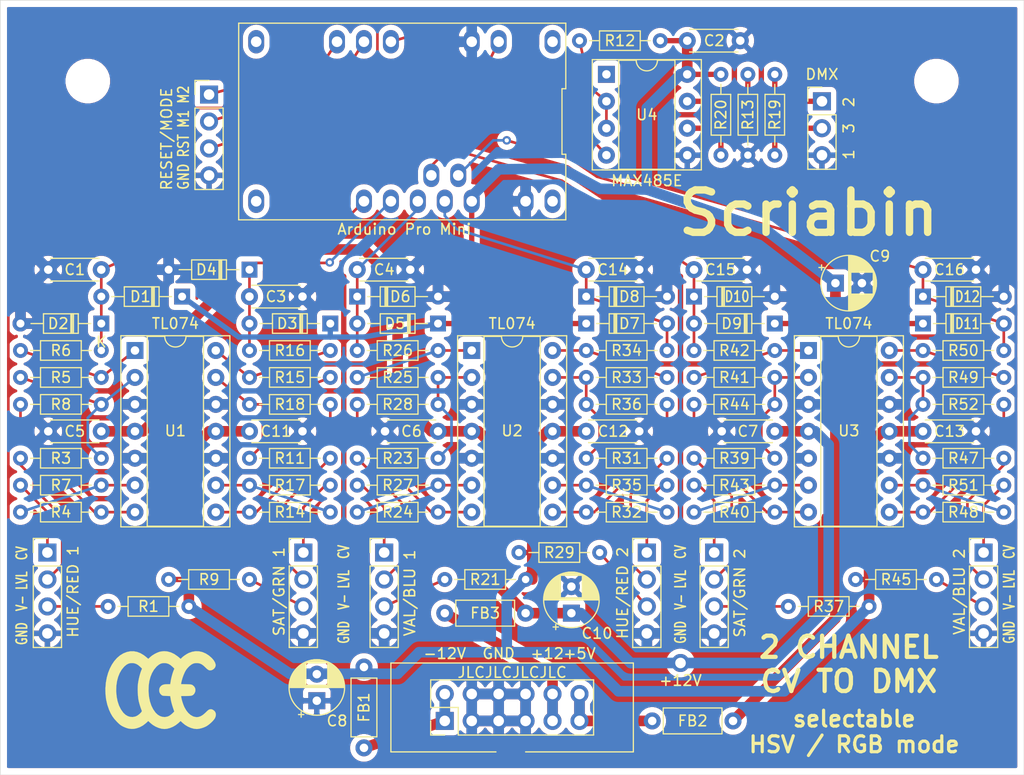
<source format=kicad_pcb>
(kicad_pcb (version 20221018) (generator pcbnew)
  (layers (0 "F.Cu" signal) (31 "B.Cu" signal) (34 "B.Paste" user) (35 "F.Paste" user) (36 "B.SilkS" user "B.Silkscreen") (37 "F.SilkS" user "F.Silkscreen") (38 "B.Mask" user) (39 "F.Mask" user) (44 "Edge.Cuts" user))
  (net 0 "")
  (net 1 "/Channel2/A5")
  (net 2 "/Channel2/A4")
  (net 3 "Net-(A1-Pad12)")
  (net 4 "Net-(A1-Pad13)")
  (net 5 "/Channel2/A3")
  (net 6 "GND")
  (net 7 "+5V")
  (net 8 "Net-(A1-Pad1)")
  (net 9 "Net-(A1-Pad24)")
  (net 10 "+12V")
  (net 11 "-12V")
  (net 12 "Net-(FB1-Pad2)")
  (net 13 "Net-(FB2-Pad2)")
  (net 14 "Net-(FB3-Pad2)")
  (net 15 "/OS1")
  (net 16 "/CV1")
  (net 17 "/V-1")
  (net 18 "/OS2")
  (net 19 "/CV2")
  (net 20 "/V-2")
  (net 21 "/OS3")
  (net 22 "/CV3")
  (net 23 "/V-3")
  (net 24 "/Channel2/OS4")
  (net 25 "/Channel2/CV4")
  (net 26 "/Channel2/V-4")
  (net 27 "/Channel2/OS5")
  (net 28 "/Channel2/CV5")
  (net 29 "/Channel2/V-5")
  (net 30 "/Channel2/OS6")
  (net 31 "/Channel2/CV6")
  (net 32 "/Channel2/V-6")
  (net 33 "Net-(R3-Pad2)")
  (net 34 "Net-(R4-Pad2)")
  (net 35 "Net-(R4-Pad1)")
  (net 36 "Net-(R5-Pad1)")
  (net 37 "Net-(R11-Pad2)")
  (net 38 "Net-(R12-Pad2)")
  (net 39 "Net-(R14-Pad2)")
  (net 40 "Net-(R14-Pad1)")
  (net 41 "Net-(R15-Pad1)")
  (net 42 "Net-(R23-Pad2)")
  (net 43 "Net-(R24-Pad2)")
  (net 44 "Net-(R24-Pad1)")
  (net 45 "Net-(R25-Pad1)")
  (net 46 "Net-(R31-Pad2)")
  (net 47 "Net-(R32-Pad2)")
  (net 48 "Net-(R32-Pad1)")
  (net 49 "Net-(R33-Pad1)")
  (net 50 "Net-(R39-Pad2)")
  (net 51 "Net-(R40-Pad2)")
  (net 52 "Net-(R40-Pad1)")
  (net 53 "Net-(R41-Pad1)")
  (net 54 "Net-(R47-Pad2)")
  (net 55 "Net-(R48-Pad2)")
  (net 56 "Net-(R48-Pad1)")
  (net 57 "Net-(R49-Pad1)")
  (net 58 "Net-(U4-Pad1)")
  (net 59 "/A0")
  (net 60 "/A1")
  (net 61 "/A2")
  (net 62 "/D5")
  (net 63 "/D4")
  (net 64 "/RST")
  (net 65 "/A")
  (net 66 "/B")
  (net 67 "/D6")
  (footprint "Package_DIP:DIP-8_W7.62mm_Socket" (layer "F.Cu") (at 96.52 84.455)
    (fp_text reference "U4")
    (fp_text value "MAX485E")
  )
  (footprint "Package_DIP:DIP-14_W7.62mm_Socket" (layer "F.Cu") (at 115.57 110.49)
    (fp_text reference "U3")
    (fp_text value "TL074")
  )
  (footprint "Package_DIP:DIP-14_W7.62mm_Socket" (layer "F.Cu") (at 83.82 110.49)
    (fp_text reference "U2")
    (fp_text value "TL074")
  )
  (footprint "Package_DIP:DIP-14_W7.62mm_Socket" (layer "F.Cu") (at 52.07 110.49)
    (fp_text reference "U1")
    (fp_text value "TL074")
  )
  (footprint "Resistor_THT:R_Axial_DIN0204_L3.6mm_D1.6mm_P7.62mm_Horizontal" (layer "F.Cu") (at 126.365 115.57)
    (fp_text reference "R52")
    (fp_text value "100k")
  )
  (footprint "Resistor_THT:R_Axial_DIN0204_L3.6mm_D1.6mm_P7.62mm_Horizontal" (layer "F.Cu") (at 126.365 123.19)
    (fp_text reference "R51")
    (fp_text value "100k")
  )
  (footprint "Resistor_THT:R_Axial_DIN0204_L3.6mm_D1.6mm_P7.62mm_Horizontal" (layer "F.Cu") (at 133.985 110.49 180)
    (fp_text reference "R50")
    (fp_text value "47k")
  )
  (footprint "Resistor_THT:R_Axial_DIN0204_L3.6mm_D1.6mm_P7.62mm_Horizontal" (layer "F.Cu") (at 133.985 113.03 180)
    (fp_text reference "R49")
    (fp_text value "100k")
  )
  (footprint "Resistor_THT:R_Axial_DIN0204_L3.6mm_D1.6mm_P7.62mm_Horizontal" (layer "F.Cu") (at 126.365 125.73)
    (fp_text reference "R48")
    (fp_text value "200k")
  )
  (footprint "Resistor_THT:R_Axial_DIN0204_L3.6mm_D1.6mm_P7.62mm_Horizontal" (layer "F.Cu") (at 133.985 120.65 180)
    (fp_text reference "R47")
    (fp_text value "200k")
  )
  (footprint "Resistor_THT:R_Axial_DIN0204_L3.6mm_D1.6mm_P7.62mm_Horizontal" (layer "F.Cu") (at 112.395 115.57 180)
    (fp_text reference "R44")
    (fp_text value "100k")
  )
  (footprint "Resistor_THT:R_Axial_DIN0204_L3.6mm_D1.6mm_P7.62mm_Horizontal" (layer "F.Cu") (at 112.395 123.19 180)
    (fp_text reference "R43")
    (fp_text value "100k")
  )
  (footprint "Resistor_THT:R_Axial_DIN0204_L3.6mm_D1.6mm_P7.62mm_Horizontal" (layer "F.Cu") (at 104.775 110.49)
    (fp_text reference "R42")
    (fp_text value "47k")
  )
  (footprint "Resistor_THT:R_Axial_DIN0204_L3.6mm_D1.6mm_P7.62mm_Horizontal" (layer "F.Cu") (at 104.775 113.03)
    (fp_text reference "R41")
    (fp_text value "100k")
  )
  (footprint "Resistor_THT:R_Axial_DIN0204_L3.6mm_D1.6mm_P7.62mm_Horizontal" (layer "F.Cu") (at 112.395 125.73 180)
    (fp_text reference "R40")
    (fp_text value "200k")
  )
  (footprint "Resistor_THT:R_Axial_DIN0204_L3.6mm_D1.6mm_P7.62mm_Horizontal" (layer "F.Cu") (at 104.775 120.65)
    (fp_text reference "R39")
    (fp_text value "200k")
  )
  (footprint "Resistor_THT:R_Axial_DIN0204_L3.6mm_D1.6mm_P7.62mm_Horizontal" (layer "F.Cu") (at 121.285 134.62 180)
    (fp_text reference "R37")
    (fp_text value "10k")
  )
  (footprint "Resistor_THT:R_Axial_DIN0204_L3.6mm_D1.6mm_P7.62mm_Horizontal" (layer "F.Cu") (at 94.615 115.57)
    (fp_text reference "R36")
    (fp_text value "100k")
  )
  (footprint "Resistor_THT:R_Axial_DIN0204_L3.6mm_D1.6mm_P7.62mm_Horizontal" (layer "F.Cu") (at 94.615 123.19)
    (fp_text reference "R35")
    (fp_text value "100k")
  )
  (footprint "Resistor_THT:R_Axial_DIN0204_L3.6mm_D1.6mm_P7.62mm_Horizontal" (layer "F.Cu") (at 102.235 110.49 180)
    (fp_text reference "R34")
    (fp_text value "47k")
  )
  (footprint "Resistor_THT:R_Axial_DIN0204_L3.6mm_D1.6mm_P7.62mm_Horizontal" (layer "F.Cu") (at 102.235 113.03 180)
    (fp_text reference "R33")
    (fp_text value "100k")
  )
  (footprint "Resistor_THT:R_Axial_DIN0204_L3.6mm_D1.6mm_P7.62mm_Horizontal" (layer "F.Cu") (at 94.615 125.73)
    (fp_text reference "R32")
    (fp_text value "200k")
  )
  (footprint "Resistor_THT:R_Axial_DIN0204_L3.6mm_D1.6mm_P7.62mm_Horizontal" (layer "F.Cu") (at 102.235 120.65 180)
    (fp_text reference "R31")
    (fp_text value "200k")
  )
  (footprint "Resistor_THT:R_Axial_DIN0204_L3.6mm_D1.6mm_P7.62mm_Horizontal" (layer "F.Cu") (at 88.265 129.54)
    (fp_text reference "R29")
    (fp_text value "10k")
  )
  (footprint "Resistor_THT:R_Axial_DIN0204_L3.6mm_D1.6mm_P7.62mm_Horizontal" (layer "F.Cu") (at 80.645 115.57 180)
    (fp_text reference "R28")
    (fp_text value "100k")
  )
  (footprint "Resistor_THT:R_Axial_DIN0204_L3.6mm_D1.6mm_P7.62mm_Horizontal" (layer "F.Cu") (at 80.645 123.19 180)
    (fp_text reference "R27")
    (fp_text value "100k")
  )
  (footprint "Resistor_THT:R_Axial_DIN0204_L3.6mm_D1.6mm_P7.62mm_Horizontal" (layer "F.Cu") (at 73.025 110.49)
    (fp_text reference "R26")
    (fp_text value "47k")
  )
  (footprint "Resistor_THT:R_Axial_DIN0204_L3.6mm_D1.6mm_P7.62mm_Horizontal" (layer "F.Cu") (at 73.025 113.03)
    (fp_text reference "R25")
    (fp_text value "100k")
  )
  (footprint "Resistor_THT:R_Axial_DIN0204_L3.6mm_D1.6mm_P7.62mm_Horizontal" (layer "F.Cu") (at 80.645 125.73 180)
    (fp_text reference "R24")
    (fp_text value "200k")
  )
  (footprint "Resistor_THT:R_Axial_DIN0204_L3.6mm_D1.6mm_P7.62mm_Horizontal" (layer "F.Cu") (at 73.025 120.65)
    (fp_text reference "R23")
    (fp_text value "200k")
  )
  (footprint "Capacitor_THT:CP_Radial_D5.0mm_P2.50mm" (layer "F.Cu") (at 69.215 143.51 90)
    (fp_text reference "C8")
    (fp_text value "10u")
  )
  (footprint "CGE_footprints:Arduino_Pro_Mini" (layer "F.Cu") (at 77.47 88.9 180)
    (fp_text reference "A1" hide)
    (fp_text value "Arduino_Pro_Mini")
  )
  (footprint "Capacitor_THT:C_Disc_D4.3mm_W1.9mm_P5.00mm" (layer "F.Cu") (at 112.395 118.11 180)
    (fp_text reference "C7")
    (fp_text value "100n")
  )
  (footprint "Diode_THT:D_DO-34_SOD68_P7.62mm_Horizontal" (layer "F.Cu") (at 104.775 105.41)
    (fp_text reference "D10")
    (fp_text value "BAT43")
  )
  (footprint "Connector_PinHeader_2.54mm:PinHeader_1x04_P2.54mm_Vertical" (layer "F.Cu") (at 106.68 129.54)
    (fp_text reference "J12" hide)
    (fp_text value "CHNL5")
  )
  (footprint "Connector_PinHeader_2.54mm:PinHeader_1x04_P2.54mm_Vertical" (layer "F.Cu") (at 100.33 129.54)
    (fp_text reference "J10" hide)
    (fp_text value "CHNL4")
  )
  (footprint "CGE_footprints:Power_2x06" (layer "F.Cu") (at 93.98 142.875 -90)
    (fp_text reference "J9" hide)
    (fp_text value "POWER")
  )
  (footprint "Connector_PinHeader_2.54mm:PinHeader_1x04_P2.54mm_Vertical" (layer "F.Cu") (at 75.565 129.54)
    (fp_text reference "J7" hide)
    (fp_text value "CHNL3")
  )
  (footprint "Diode_THT:D_DO-34_SOD68_P7.62mm_Horizontal" (layer "F.Cu") (at 126.365 105.41)
    (fp_text reference "D12")
    (fp_text value "BAT43")
  )
  (footprint "Diode_THT:D_DO-34_SOD68_P7.62mm_Horizontal" (layer "F.Cu") (at 126.365 107.95)
    (fp_text reference "D11")
    (fp_text value "BAT43")
  )
  (footprint "Diode_THT:D_DO-34_SOD68_P7.62mm_Horizontal" (layer "F.Cu") (at 56.515 105.41 180)
    (fp_text reference "D1")
    (fp_text value "BAT43")
  )
  (footprint "Capacitor_THT:C_Disc_D4.3mm_W1.9mm_P5.00mm" (layer "F.Cu") (at 126.365 118.11)
    (fp_text reference "C13")
    (fp_text value "100n")
  )
  (footprint "Capacitor_THT:C_Disc_D4.3mm_W1.9mm_P5.00mm" (layer "F.Cu") (at 80.645 118.11 180)
    (fp_text reference "C6")
    (fp_text value "100n")
  )
  (footprint "Diode_THT:D_DO-34_SOD68_P7.62mm_Horizontal" (layer "F.Cu") (at 112.395 107.95 180)
    (fp_text reference "D9")
    (fp_text value "BAT43")
  )
  (footprint "Diode_THT:D_DO-34_SOD68_P7.62mm_Horizontal" (layer "F.Cu") (at 94.615 105.41)
    (fp_text reference "D8")
    (fp_text value "BAT43")
  )
  (footprint "Capacitor_THT:C_Disc_D4.3mm_W1.9mm_P5.00mm" (layer "F.Cu") (at 48.895 118.11 180)
    (fp_text reference "C5")
    (fp_text value "100n")
  )
  (footprint "Capacitor_THT:CP_Radial_D5.0mm_P2.50mm" (layer "F.Cu") (at 118.11 104.14)
    (fp_text reference "C9")
    (fp_text value "10u")
  )
  (footprint "Capacitor_THT:C_Disc_D4.3mm_W1.9mm_P5.00mm" (layer "F.Cu") (at 73.025 102.87)
    (fp_text reference "C4")
    (fp_text value "10n")
  )
  (footprint "Capacitor_THT:C_Disc_D4.3mm_W1.9mm_P5.00mm" (layer "F.Cu") (at 62.865 105.41)
    (fp_text reference "C3")
    (fp_text value "10n")
  )
  (footprint "Capacitor_THT:C_Disc_D4.3mm_W1.9mm_P5.00mm" (layer "F.Cu") (at 104.14 81.28)
    (fp_text reference "C2")
    (fp_text value "100n")
  )
  (footprint "Diode_THT:D_DO-34_SOD68_P7.62mm_Horizontal" (layer "F.Cu") (at 94.615 107.95)
    (fp_text reference "D7")
    (fp_text value "BAT43")
  )
  (footprint "Capacitor_THT:C_Disc_D4.3mm_W1.9mm_P5.00mm" (layer "F.Cu") (at 104.775 102.87)
    (fp_text reference "C15")
    (fp_text value "10n")
  )
  (footprint "Inductor_THT:L_Axial_L5.3mm_D2.2mm_P7.62mm_Horizontal_Vishay_IM-1" (layer "F.Cu") (at 88.9 135.255 180)
    (fp_text reference "FB3")
    (fp_text value "FB")
  )
  (footprint "Inductor_THT:L_Axial_L5.3mm_D2.2mm_P7.62mm_Horizontal_Vishay_IM-1" (layer "F.Cu") (at 108.458 145.415 180)
    (fp_text reference "FB2")
    (fp_text value "FB")
  )
  (footprint "Diode_THT:D_DO-34_SOD68_P7.62mm_Horizontal" (layer "F.Cu") (at 62.865 102.87 180)
    (fp_text reference "D4")
    (fp_text value "BAT43")
  )
  (footprint "Resistor_THT:R_Axial_DIN0204_L3.6mm_D1.6mm_P7.62mm_Horizontal" (layer "F.Cu") (at 62.865 125.73)
    (fp_text reference "R14")
    (fp_text value "200k")
  )
  (footprint "Resistor_THT:R_Axial_DIN0204_L3.6mm_D1.6mm_P7.62mm_Horizontal" (layer "F.Cu") (at 109.855 92.075 90)
    (fp_text reference "R13")
    (fp_text value "10k")
  )
  (footprint "Resistor_THT:R_Axial_DIN0204_L3.6mm_D1.6mm_P7.62mm_Horizontal" (layer "F.Cu") (at 101.6 81.28 180)
    (fp_text reference "R12")
    (fp_text value "10k")
  )
  (footprint "Resistor_THT:R_Axial_DIN0204_L3.6mm_D1.6mm_P7.62mm_Horizontal" (layer "F.Cu") (at 70.485 120.65 180)
    (fp_text reference "R11")
    (fp_text value "200k")
  )
  (footprint "Resistor_THT:R_Axial_DIN0204_L3.6mm_D1.6mm_P7.62mm_Horizontal" (layer "F.Cu") (at 62.865 123.19)
    (fp_text reference "R17")
    (fp_text value "100k")
  )
  (footprint "Resistor_THT:R_Axial_DIN0204_L3.6mm_D1.6mm_P7.62mm_Horizontal" (layer "F.Cu") (at 88.9 132.08 180)
    (fp_text reference "R21")
    (fp_text value "10k")
  )
  (footprint "Resistor_THT:R_Axial_DIN0204_L3.6mm_D1.6mm_P7.62mm_Horizontal" (layer "F.Cu") (at 107.315 84.455 -90)
    (fp_text reference "R20")
    (fp_text value "10k")
  )
  (footprint "Resistor_THT:R_Axial_DIN0204_L3.6mm_D1.6mm_P7.62mm_Horizontal" (layer "F.Cu") (at 112.395 92.075 90)
    (fp_text reference "R19")
    (fp_text value "120R?")
  )
  (footprint "Capacitor_THT:C_Disc_D4.3mm_W1.9mm_P5.00mm" (layer "F.Cu") (at 62.865 118.11)
    (fp_text reference "C11")
    (fp_text value "100n")
  )
  (footprint "Diode_THT:D_DO-34_SOD68_P7.62mm_Horizontal" (layer "F.Cu") (at 73.025 105.41)
    (fp_text reference "D6")
    (fp_text value "BAT43")
  )
  (footprint "Diode_THT:D_DO-34_SOD68_P7.62mm_Horizontal" (layer "F.Cu") (at 80.645 107.95 180)
    (fp_text reference "D5")
    (fp_text value "BAT43")
  )
  (footprint "Resistor_THT:R_Axial_DIN0204_L3.6mm_D1.6mm_P7.62mm_Horizontal" (layer "F.Cu") (at 48.895 123.19 180)
    (fp_text reference "R7")
    (fp_text value "100k")
  )
  (footprint "Resistor_THT:R_Axial_DIN0204_L3.6mm_D1.6mm_P7.62mm_Horizontal" (layer "F.Cu") (at 48.895 110.49 180)
    (fp_text reference "R6")
    (fp_text value "47k")
  )
  (footprint "Resistor_THT:R_Axial_DIN0204_L3.6mm_D1.6mm_P7.62mm_Horizontal" (layer "F.Cu") (at 55.245 132.08)
    (fp_text reference "R9")
    (fp_text value "10k")
  )
  (footprint "Resistor_THT:R_Axial_DIN0204_L3.6mm_D1.6mm_P7.62mm_Horizontal" (layer "F.Cu") (at 48.895 115.57 180)
    (fp_text reference "R8")
    (fp_text value "100k")
  )
  (footprint "Resistor_THT:R_Axial_DIN0204_L3.6mm_D1.6mm_P7.62mm_Horizontal" (layer "F.Cu") (at 48.895 113.03 180)
    (fp_text reference "R5")
    (fp_text value "100k")
  )
  (footprint "Resistor_THT:R_Axial_DIN0204_L3.6mm_D1.6mm_P7.62mm_Horizontal" (layer "F.Cu") (at 48.895 125.73 180)
    (fp_text reference "R4")
    (fp_text value "200k")
  )
  (footprint "Resistor_THT:R_Axial_DIN0204_L3.6mm_D1.6mm_P7.62mm_Horizontal" (layer "F.Cu") (at 41.275 120.65)
    (fp_text reference "R3")
    (fp_text value "200k")
  )
  (footprint "Resistor_THT:R_Axial_DIN0204_L3.6mm_D1.6mm_P7.62mm_Horizontal" (layer "F.Cu") (at 57.15 134.62 180)
    (fp_text reference "R1")
    (fp_text value "10k")
  )
  (footprint "Connector_PinHeader_2.54mm:PinHeader_1x04_P2.54mm_Vertical" (layer "F.Cu") (at 132.08 129.54)
    (fp_text reference "J14" hide)
    (fp_text value "CHNL6")
  )
  (footprint "Capacitor_THT:CP_Radial_D5.0mm_P2.50mm" (layer "F.Cu") (at 93.218 135.255 90)
    (fp_text reference "C10")
    (fp_text value "10u")
  )
  (footprint "Capacitor_THT:C_Disc_D4.3mm_W1.9mm_P5.00mm" (layer "F.Cu") (at 126.365 102.87)
    (fp_text reference "C16")
    (fp_text value "10n")
  )
  (footprint "Connector_PinHeader_2.54mm:PinHeader_1x04_P2.54mm_Vertical" (layer "F.Cu") (at 67.945 129.54)
    (fp_text reference "J4" hide)
    (fp_text value "CHNL2")
  )
  (footprint "Connector_PinHeader_2.54mm:PinHeader_1x04_P2.54mm_Vertical" (layer "F.Cu") (at 43.815 129.54)
    (fp_text reference "J1" hide)
    (fp_text value "CHNL1")
  )
  (footprint "Inductor_THT:L_Axial_L5.3mm_D2.2mm_P7.62mm_Horizontal_Vishay_IM-1" (layer "F.Cu") (at 73.66 140.335 -90)
    (fp_text reference "FB1")
    (fp_text value "FB")
  )
  (footprint "Diode_THT:D_DO-34_SOD68_P7.62mm_Horizontal" (layer "F.Cu") (at 70.485 107.95 180)
    (fp_text reference "D3")
    (fp_text value "BAT43")
  )
  (footprint "Capacitor_THT:C_Disc_D4.3mm_W1.9mm_P5.00mm" (layer "F.Cu") (at 94.615 118.11)
    (fp_text reference "C12")
    (fp_text value "100n")
  )
  (footprint "Diode_THT:D_DO-34_SOD68_P7.62mm_Horizontal" (layer "F.Cu") (at 48.895 107.95 180)
    (fp_text reference "D2")
    (fp_text value "BAT43")
  )
  (footprint "Capacitor_THT:C_Disc_D4.3mm_W1.9mm_P5.00mm" (layer "F.Cu") (at 94.615 102.87)
    (fp_text reference "C14")
    (fp_text value "10n")
  )
  (footprint "Resistor_THT:R_Axial_DIN0204_L3.6mm_D1.6mm_P7.62mm_Horizontal" (layer "F.Cu") (at 62.865 113.03)
    (fp_text reference "R15")
    (fp_text value "100k")
  )
  (footprint "Resistor_THT:R_Axial_DIN0204_L3.6mm_D1.6mm_P7.62mm_Horizontal" (layer "F.Cu") (at 62.865 110.49)
    (fp_text reference "R16")
    (fp_text value "47k")
  )
  (footprint "Resistor_THT:R_Axial_DIN0204_L3.6mm_D1.6mm_P7.62mm_Horizontal" (layer "F.Cu") (at 62.865 115.57)
    (fp_text reference "R18")
    (fp_text value "100k")
  )
  (footprint "Capacitor_THT:C_Disc_D4.3mm_W1.9mm_P5.00mm" (layer "F.Cu") (at 48.895 102.87 180)
    (fp_text reference "C1")
    (fp_text value "10n")
  )
  (footprint "Connector_PinHeader_2.54mm:PinHeader_1x03_P2.54mm_Vertical" (layer "F.Cu") (at 116.84 86.995)
    (fp_text reference "J16" hide)
    (fp_text value "DMX")
  )
  (footprint "CGE_footprints:CGE_logo" (layer "F.Cu") (at 54.483 142.494)
    (fp_text reference "G***" hide)
    (fp_text value "LOGO" hide)
  )
  (footprint "Resistor_THT:R_Axial_DIN0204_L3.6mm_D1.6mm_P7.62mm_Horizontal" (layer "F.Cu") (at 120.015 132.08)
    (fp_text reference "R45")
    (fp_text value "10k")
  )
  (footprint "TestPoint:TestPoint_THTPad_1.5x1.5mm_Drill0.7mm" (layer "F.Cu") (at 103.505 139.954)
    (fp_text reference "+12V")
    (fp_text value "+12V" hide)
  )
  (footprint "Connector_PinHeader_2.54mm:PinHeader_1x04_P2.54mm_Vertical" (layer "F.Cu") (at 59.055 86.36)
    (fp_text reference "J3" hide)
    (fp_text value "MODE-RST")
  )
  (footprint "MountingHole:MountingHole_3.2mm_M3" (layer "F.Cu") (at 127.635 85.09)
    (fp_text reference "REF**" hide)
    (fp_text value "3.2mm")
  )
  (footprint "MountingHole:MountingHole_3.2mm_M3" (layer "F.Cu") (at 47.625 85.09)
    (fp_text reference "REF**" hide)
    (fp_text value "3.2mm")
  )
  (gr_line (start 39.37 150.495) (end 39.37 77.47) (stroke (width 0.05)) (layer "Edge.Cuts"))
  (gr_line (start 135.89 77.47) (end 135.89 150.495) (stroke (width 0.05)) (layer "Edge.Cuts"))
  (gr_line (start 39.37 77.47) (end 135.89 77.47) (stroke (width 0.05)) (layer "Edge.Cuts"))
  (gr_line (start 135.89 150.495) (end 39.37 150.495) (stroke (width 0.05)) (layer "Edge.Cuts"))
  (gr_text "selectable\nHSV / RGB mode" (at 119.888 146.431) (layer "F.SilkS") (effects (font (size 1.5 1.5) (thickness 0.3))))
  (gr_text "JLCJLCJLCJLC" (at 87.63 140.843) (layer "F.SilkS") (effects (font (size 1 1))))
  (gr_text "Scriabin" (at 115.57 97.536) (layer "F.SilkS") (effects (font (size 4 4) (thickness 0.7))))
  (gr_text "2 CHANNEL\nCV TO DMX" (at 119.38 140.081) (layer "F.SilkS") (effects (font (size 2 2) (thickness 0.4))))
  (segment (start 133.985 110.49) (end 133.985 107.95) (width 0.25) (layer "F.Cu") (net 1))
  (segment (start 87.122 90.678) (end 87.122 90.678) (width 0.25) (layer "F.Cu") (net 1))
  (segment (start 126.365 105.41) (end 126.365 102.87) (width 0.25) (layer "F.Cu") (net 1))
  (segment (start 93.218 92.456) (end 95.631 94.107) (width 0.25) (layer "F.Cu") (net 1))
  (segment (start 87.122 90.678) (end 93.218 92.456) (width 0.25) (layer "F.Cu") (net 1))
  (segment (start 95.631 94.107) (end 126.365 102.87) (width 0.25) (layer "F.Cu") (net 1))
  (segment (start 133.985 107.95) (end 126.365 105.41) (width 0.25) (layer "F.Cu") (net 1))
  (via (at 87.122 90.678) (size 0.8) (drill 0.4) (layers "F.Cu" "B.Cu") (net 1))
  (segment (start 87.122 90.678) (end 85.852 90.678) (width 0.25) (layer "B.Cu") (net 1))
  (segment (start 85.852 90.678) (end 82.55 93.98) (width 0.25) (layer "B.Cu") (net 1))
  (segment (start 104.775 107.95) (end 104.775 105.41) (width 0.25) (layer "F.Cu") (net 2))
  (segment (start 81.153 91.948) (end 80.01 93.091) (width 0.25) (layer "F.Cu") (net 2))
  (segment (start 104.775 105.41) (end 104.775 102.87) (width 0.25) (layer "F.Cu") (net 2))
  (segment (start 80.01 93.091) (end 80.01 93.98) (width 0.25) (layer "F.Cu") (net 2))
  (segment (start 92.329 94.488) (end 83.439 91.948) (width 0.25) (layer "F.Cu") (net 2))
  (segment (start 104.775 102.87) (end 92.329 94.488) (width 0.25) (layer "F.Cu") (net 2))
  (segment (start 83.439 91.948) (end 81.153 91.948) (width 0.25) (layer "F.Cu") (net 2))
  (segment (start 104.775 110.49) (end 104.775 107.95) (width 0.25) (layer "F.Cu") (net 2))
  (segment (start 102.235 107.95) (end 94.615 105.41) (width 0.25) (layer "F.Cu") (net 5))
  (segment (start 102.235 107.95) (end 102.235 110.49) (width 0.25) (layer "F.Cu") (net 5))
  (segment (start 94.615 105.41) (end 94.615 102.87) (width 0.25) (layer "F.Cu") (net 5))
  (segment (start 82.423 99.06) (end 94.615 102.87) (width 0.25) (layer "B.Cu") (net 5))
  (segment (start 81.28 97.79) (end 82.423 99.06) (width 0.25) (layer "B.Cu") (net 5))
  (segment (start 81.28 96.42) (end 81.28 97.79) (width 0.25) (layer "B.Cu") (net 5))
  (segment (start 46.99 116.84) (end 50.165 116.84) (width 0.5) (layer "F.Cu") (net 6))
  (segment (start 46.99 119.38) (end 50.165 119.38) (width 0.5) (layer "F.Cu") (net 6))
  (segment (start 61.341 121.92) (end 64.516 121.92) (width 0.5) (layer "F.Cu") (net 6))
  (segment (start 71.755 114.3) (end 74.041 114.3) (width 0.5) (layer "F.Cu") (net 6))
  (segment (start 124.587 121.92) (end 127.762 121.92) (width 0.5) (layer "F.Cu") (net 6))
  (segment (start 124.587 119.38) (end 127.762 119.38) (width 0.5) (layer "F.Cu") (net 6))
  (segment (start 74.93 79.375) (end 74.93 83.185) (width 0.25) (layer "F.Cu") (net 6))
  (segment (start 103.505 111.76) (end 105.791 111.76) (width 0.5) (layer "F.Cu") (net 6))
  (segment (start 46.99 121.92) (end 50.165 121.92) (width 0.5) (layer "F.Cu") (net 6))
  (segment (start 102.87 88.265) (end 105.41 88.265) (width 0.5) (layer "F.Cu") (net 6))
  (segment (start 108.585 85.725) (end 108.585 83.185) (width 0.5) (layer "F.Cu") (net 6))
  (segment (start 111.125 85.725) (end 111.125 83.185) (width 0.5) (layer "F.Cu") (net 6))
  (segment (start 71.755 110.5535) (end 71.755 111.76) (width 0.5) (layer "F.Cu") (net 6))
  (segment (start 71.755 121.92) (end 71.755 124.3965) (width 0.5) (layer "F.Cu") (net 6))
  (segment (start 135.128 111.76) (end 135.128 114.3) (width 0.25) (layer "F.Cu") (net 6))
  (segment (start 40.132 119.253) (end 40.132 121.92) (width 0.25) (layer "F.Cu") (net 6))
  (segment (start 135.128 104.013) (end 135.128 106.68) (width 0.25) (layer "F.Cu") (net 6))
  (segment (start 69.469 111.76) (end 71.755 111.76) (width 0.5) (layer "F.Cu") (net 6))
  (segment (start 40.132 109.22) (end 40.132 111.76) (width 0.25) (layer "F.Cu") (net 6))
  (segment (start 56.642 87.63) (end 60.325 87.63) (width 0.25) (layer "F.Cu") (net 6))
  (segment (start 60.325 87.63) (end 60.96 86.995) (width 0.25) (layer "F.Cu") (net 6))
  (segment (start 71.755 109.093) (end 71.755 110.5535) (width 0.5) (layer "F.Cu") (net 6))
  (segment (start 71.755 111.76) (end 74.93 111.76) (width 0.5) (layer "F.Cu") (net 6))
  (segment (start 103.505 103.505) (end 103.505 106.68) (width 0.5) (layer "F.Cu") (net 6))
  (segment (start 71.755 124.3965) (end 71.755 127.635) (width 0.5) (layer "F.Cu") (net 6))
  (segment (start 71.755 103.505) (end 71.755 109.093) (width 0.5) (layer "F.Cu") (net 6))
  (segment (start 103.505 110.6805) (end 103.505 111.76) (width 0.5) (layer "F.Cu") (net 6))
  (segment (start 135.128 106.68) (end 135.128 109.093) (width 0.25) (layer "F.Cu") (net 6))
  (segment (start 40.132 105.029) (end 40.132 109.22) (width 0.25) (layer "F.Cu") (net 6))
  (segment (start 125.095 109.22) (end 127.635 109.22) (width 0.5) (layer "F.Cu") (net 6))
  (segment (start 103.505 109.22) (end 103.505 110.6805) (width 0.5) (layer "F.Cu") (net 6))
  (segment (start 103.505 106.68) (end 103.505 109.22) (width 0.5) (layer "F.Cu") (net 6))
  (segment (start 47.752 114.3) (end 50.292 114.3) (width 0.5) (layer "F.Cu") (net 6))
  (segment (start 121.92 111.76) (end 127.635 111.76) (width 0.5) (layer "F.Cu") (net 6))
  (segment (start 71.755 111.76) (end 71.755 113.157) (width 0.5) (layer "F.Cu") (net 6))
  (segment (start 69.469 114.3) (end 71.755 114.3) (width 0.5) (layer "F.Cu") (net 6))
  (segment (start 135.128 124.333) (end 135.128 127.254) (width 0.25) (layer "F.Cu") (net 6))
  (segment (start 135.128 118.999) (end 135.128 121.92) (width 0.25) (layer "F.Cu") (net 6))
  (segment (start 103.505 121.92) (end 103.505 124.3965) (width 0.5) (layer "F.Cu") (net 6))
  (segment (start 40.132 124.46) (end 40.132 128.016) (width 0.25) (layer "F.Cu") (net 6))
  (segment (start 103.505 111.76) (end 103.505 118.364) (width 0.5) (layer "F.Cu") (net 6))
  (segment (start 48.133 124.46) (end 50.546 124.46) (width 0.5) (layer "F.Cu") (net 6))
  (segment (start 135.128 114.3) (end 135.128 118.999) (width 0.25) (layer "F.Cu") (net 6))
  (segment (start 40.132 114.427) (end 40.132 119.253) (width 0.25) (layer "F.Cu") (net 6))
  (segment (start 101.219 111.76) (end 103.505 111.76) (width 0.5) (layer "F.Cu") (net 6))
  (segment (start 135.128 121.92) (end 135.128 124.333) (width 0.25) (layer "F.Cu") (net 6))
  (segment (start 103.505 118.364) (end 103.505 121.92) (width 0.5) (layer "F.Cu") (net 6))
  (segment (start 40.132 111.76) (end 40.132 114.427) (width 0.25) (layer "F.Cu") (net 6))
  (segment (start 40.132 121.92) (end 40.132 124.46) (width 0.25) (layer "F.Cu") (net 6))
  (segment (start 71.755 113.157) (end 71.755 114.3) (width 0.5) (layer "F.Cu") (net 6))
  (segment (start 71.755 118.999) (end 71.755 121.92) (width 0.5) (layer "F.Cu") (net 6))
  (segment (start 103.505 124.3965) (end 103.505 127.635) (width 0.5) (layer "F.Cu") (net 6))
  (segment (start 135.128 109.093) (end 135.128 111.76) (width 0.25) (layer "F.Cu") (net 6))
  (segment (start 71.755 114.3) (end 71.755 118.999) (width 0.5) (layer "F.Cu") (net 6))
  (segment (start 61.341 121.92) (end 64.516 121.92) (width 0.5) (layer "B.Cu") (net 6))
  (segment (start 61.341 119.38) (end 64.516 119.38) (width 0.5) (layer "B.Cu") (net 6))
  (segment (start 61.341 116.84) (end 64.516 116.84) (width 0.5) (layer "B.Cu") (net 6))
  (segment (start 61.341 114.3) (end 64.516 114.3) (width 0.5) (layer "B.Cu") (net 6))
  (segment (start 78.994 114.3) (end 82.169 114.3) (width 0.5) (layer "B.Cu") (net 6))
  (segment (start 78.994 121.92) (end 82.169 121.92) (width 0.5) (layer "B.Cu") (net 6))
  (segment (start 135.128 118.999) (end 135.128 121.92) (width 0.25) (layer "B.Cu") (net 6))
  (segment (start 135.128 114.3) (end 135.128 118.999) (width 0.25) (layer "B.Cu") (net 6))
  (segment (start 135.128 124.333) (end 135.128 127.254) (width 0.25) (layer "B.Cu") (net 6))
  (segment (start 135.128 121.92) (end 135.128 124.333) (width 0.25) (layer "B.Cu") (net 6))
  (segment (start 103.505 109.22) (end 103.505 111.76) (width 0.25) (layer "B.Cu") (net 6))
  (segment (start 103.505 111.76) (end 103.505 114.3) (width 0.25) (layer "B.Cu") (net 6))
  (segment (start 103.505 114.3) (end 103.505 116.84) (width 0.25) (layer "B.Cu") (net 6))
  (segment (start 103.505 119.38) (end 103.505 121.92) (width 0.25) (layer "B.Cu") (net 6))
  (segment (start 103.505 121.92) (end 103.505 124.46) (width 0.25) (layer "B.Cu") (net 6))
  (segment (start 103.505 124.46) (end 103.505 127) (width 0.25) (layer "B.Cu") (net 6))
  (segment (start 71.755 119.38) (end 71.755 121.92) (width 0.25) (layer "B.Cu") (net 6))
  (segment (start 71.755 121.92) (end 71.755 124.46) (width 0.25) (layer "B.Cu") (net 6))
  (segment (start 71.755 124.46) (end 71.755 127) (width 0.25) (layer "B.Cu") (net 6))
  (segment (start 69.215 111.76) (end 71.755 111.76) (width 0.25) (layer "B.Cu") (net 6))
  (segment (start 135.128 109.22) (end 135.128 111.633) (width 0.25) (layer "B.Cu") (net 6))
  (segment (start 71.755 114.3) (end 71.755 116.84) (width 0.25) (layer "B.Cu") (net 6))
  (segment (start 135.128 104.013) (end 135.128 106.553) (width 0.25) (layer "B.Cu") (net 6))
  (segment (start 135.128 111.633) (end 135.128 114.3) (width 0.25) (layer "B.Cu") (net 6))
  (segment (start 103.505 104.14) (end 103.505 106.68) (width 0.25) (layer "B.Cu") (net 6))
  (segment (start 71.755 111.76) (end 71.755 114.3) (width 0.25) (layer "B.Cu") (net 6))
  (segment (start 71.755 111.76) (end 74.295 111.76) (width 0.25) (layer "B.Cu") (net 6))
  (segment (start 71.755 110.236) (end 71.755 111.76) (width 0.25) (layer "B.Cu") (net 6))
  (segment (start 135.128 106.553) (end 135.128 109.22) (width 0.25) (layer "B.Cu") (net 6))
  (segment (start 103.505 106.68) (end 103.505 109.22) (width 0.25) (layer "B.Cu") (net 6))
  (segment (start 118.11 135.763) (end 118.11 105.41) (width 1) (layer "F.Cu") (net 7))
  (segment (start 104.902 84.455) (end 107.315 84.455) (width 0.5) (layer "F.Cu") (net 7))
  (segment (start 118.11 107.95) (end 126.365 107.95) (width 0.5) (layer "F.Cu") (net 7))
  (segment (start 104.14 84.455) (end 104.902 84.455) (width 0.5) (layer "F.Cu") (net 7))
  (segment (start 104.14 81.28) (end 103.378 81.28) (width 0.5) (layer "F.Cu") (net 7))
  (segment (start 83.82 107.95) (end 80.645 107.95) (width 0.5) (layer "F.Cu") (net 7))
  (segment (start 108.458 145.415) (end 118.11 135.763) (width 1) (layer "F.Cu") (net 7))
  (segment (start 83.82 107.95) (end 94.615 107.95) (width 0.5) (layer "F.Cu") (net 7))
  (segment (start 118.11 105.41) (end 118.11 104.14) (width 1) (layer "F.Cu") (net 7))
  (segment (start 83.82 96.42) (end 83.82 107.95) (width 0.5) (layer "F.Cu") (net 7))
  (segment (start 112.395 107.95) (end 118.11 107.95) (width 0.5) (layer "F.Cu") (net 7))
  (segment (start 103.378 81.28) (end 101.6 81.28) (width 0.5) (layer "F.Cu") (net 7))
  (segment (start 104.14 81.28) (end 104.14 84.455) (width 1) (layer "F.Cu") (net 7))
  (segment (start 73.66 109.22) (end 70.485 109.22) (width 0.5) (layer "B.Cu") (net 7))
  (segment (start 70.485 109.22) (end 61.849 109.22) (width 0.5) (layer "B.Cu") (net 7))
  (segment (start 111.633 99.187) (end 100.33 95.3135) (width 1) (layer "B.Cu") (net 7))
  (segment (start 103.505 84.455) (end 100.33 87.63) (width 1) (layer "B.Cu") (net 7))
  (segment (start 86.36 93.4085) (end 83.82 95.9485) (width 1) (layer "B.Cu") (net 7))
  (segment (start 70.485 109.22) (end 70.485 107.95) (width 0.5) (layer "B.Cu") (net 7))
  (segment (start 83.82 95.9485) (end 83.82 96.42) (width 1) (layer "B.Cu") (net 7))
  (segment (start 80.645 107.95) (end 73.66 109.22) (width 0.5) (layer "B.Cu") (net 7))
  (segment (start 104.14 84.455) (end 103.505 84.455) (width 1) (layer "B.Cu") (net 7))
  (segment (start 100.33 87.63) (end 100.33 95.3135) (width 1) (layer "B.Cu") (net 7))
  (segment (start 92.329 93.345) (end 86.36 93.4085) (width 1) (layer "B.Cu") (net 7))
  (segment (start 61.849 109.22) (end 56.515 105.41) (width 0.5) (layer "B.Cu") (net 7))
  (segment (start 100.33 95.3135) (end 95.885 95.25) (width 1) (layer "B.Cu") (net 7))
  (segment (start 118.11 104.14) (end 111.633 99.187) (width 1) (layer "B.Cu") (net 7))
  (segment (start 95.885 95.25) (end 92.329 93.345) (width 1) (layer "B.Cu") (net 7))
  (segment (start 52.832 118.11) (end 52.07 118.11) (width 1) (layer "F.Cu") (net 10))
  (segment (start 52.07 118.11) (end 48.895 118.11) (width 1) (layer "F.Cu") (net 10))
  (segment (start 80.645 118.11) (end 80.01 118.11) (width 1) (layer "F.Cu") (net 10))
  (segment (start 115.57 118.11) (end 112.395 118.11) (width 1) (layer "F.Cu") (net 10))
  (segment (start 59.055 106.045) (end 55.88 109.22) (width 1) (layer "F.Cu") (net 10))
  (segment (start 55.88 109.22) (end 55.88 115.062) (width 1) (layer "F.Cu") (net 10))
  (segment (start 59.055 103.394999) (end 59.055 106.045) (width 1) (layer "F.Cu") (net 10))
  (segment (start 86.36 129.54) (end 86.36 120.015) (width 1) (layer "F.Cu") (net 10))
  (segment (start 86.36 132.08) (end 86.36 129.54) (width 1) (layer "F.Cu") (net 10))
  (segment (start 61.484999 100.965) (end 59.055 103.394999) (width 1) (layer "F.Cu") (net 10))
  (segment (start 86.36 120.015) (end 84.455 118.11) (width 1) (layer "F.Cu") (net 10))
  (segment (start 86.36 132.715) (end 86.36 129.54) (width 1) (layer "F.Cu") (net 10))
  (segment (start 83.82 118.11) (end 80.645 118.11) (width 1) (layer "F.Cu") (net 10))
  (segment (start 76.835 114.935) (end 76.835 104.14) (width 1) (layer "F.Cu") (net 10))
  (segment (start 88.9 135.255) (end 93.218 135.255) (width 1) (layer "F.Cu") (net 10))
  (segment (start 76.835 104.14) (end 73.66 100.965) (width 1) (layer "F.Cu") (net 10))
  (segment (start 55.88 115.062) (end 52.832 118.11) (width 1) (layer "F.Cu") (net 10))
  (segment (start 80.01 118.11) (end 76.835 114.935) (width 1) (layer "F.Cu") (net 10))
  (segment (start 73.66 100.965) (end 61.484999 100.965) (width 1) (layer "F.Cu") (net 10))
  (segment (start 88.9 135.255) (end 86.36 132.715) (width 1) (layer "F.Cu") (net 10))
  (segment (start 84.455 118.11) (end 83.82 118.11) (width 1) (layer "F.Cu") (net 10))
  (segment (start 112.141 139.954) (end 117.475 134.62) (width 1) (layer "B.Cu") (net 10))
  (segment (start 117.475 119.38) (end 116.205 118.11) (width 1) (layer "B.Cu") (net 10))
  (segment (start 116.205 118.11) (end 115.57 118.11) (width 1) (layer "B.Cu") (net 10))
  (segment (start 98.806 139.954) (end 112.141 139.954) (width 1) (layer "B.Cu") (net 10))
  (segment (start 94.107 135.255) (end 98.806 139.954) (width 1) (layer "B.Cu") (net 10))
  (segment (start 117.475 134.62) (end 117.475 119.38) (width 1) (layer "B.Cu") (net 10))
  (segment (start 93.218 135.255) (end 94.107 135.255) (width 1) (layer "B.Cu") (net 10))
  (segment (start 57.15 134.62) (end 57.15 132.08) (width 1) (layer "F.Cu") (net 11))
  (segment (start 89.535 129.54) (end 89.535 131.445) (width 1) (layer "F.Cu") (net 11))
  (segment (start 123.19 118.11) (end 126.365 118.11) (width 1) (layer "F.Cu") (net 11))
  (segment (start 59.055 118.11) (end 59.69 118.11) (width 1) (layer "F.Cu") (net 11))
  (segment (start 59.69 118.11) (end 62.865 118.11) (width 1) (layer "F.Cu") (net 11))
  (segment (start 121.285 132.08) (end 121.285 119.38) (width 1) (layer "F.Cu") (net 11))
  (segment (start 120.015 132.08) (end 121.285 132.08) (width 0.5) (layer "F.Cu") (net 11))
  (segment (start 89.535 131.445) (end 88.9 132.08) (width 1) (layer "F.Cu") (net 11))
  (segment (start 90.932 118.11) (end 89.535 119.507) (width 1) (layer "F.Cu") (net 11))
  (segment (start 121.285 134.62) (end 121.285 132.08) (width 1) (layer "F.Cu") (net 11))
  (segment (start 55.245 132.08) (end 57.15 132.08) (width 0.5) (layer "F.Cu") (net 11))
  (segment (start 122.555 118.11) (end 123.19 118.11) (width 1) (layer "F.Cu") (net 11))
  (segment (start 89.535 119.507) (end 89.535 129.54) (width 1) (layer "F.Cu") (net 11))
  (segment (start 121.285 119.38) (end 122.555 118.11) (width 1) (layer "F.Cu") (net 11))
  (segment (start 89.535 129.54) (end 89.535 132.08) (width 1) (layer "F.Cu") (net 11))
  (segment (start 88.265 129.54) (end 89.535 129.54) (width 0.5) (layer "F.Cu") (net 11))
  (segment (start 91.44 118.11) (end 94.615 118.11) (width 1) (layer "F.Cu") (net 11))
  (segment (start 57.15 120.015) (end 59.055 118.11) (width 1) (layer "F.Cu") (net 11))
  (segment (start 57.15 132.08) (end 57.15 120.015) (width 1) (layer "F.Cu") (net 11))
  (segment (start 91.44 118.11) (end 90.932 118.11) (width 1) (layer "F.Cu") (net 11))
  (segment (start 87.122 138.938) (end 93.98 138.938) (width 1) (layer "B.Cu") (net 11))
  (segment (start 73.66 140.335) (end 73.66 140.97) (width 1) (layer "B.Cu") (net 11))
  (segment (start 73.66 140.97) (end 66.675 140.97) (width 1) (layer "B.Cu") (net 11))
  (segment (start 88.9 132.08) (end 87.122 133.858) (width 1) (layer "B.Cu") (net 11))
  (segment (start 87.122 133.858) (end 87.122 138.938) (width 1) (layer "B.Cu") (net 11))
  (segment (start 97.663 142.621) (end 113.284 142.621) (width 1) (layer "B.Cu") (net 11))
  (segment (start 76.835 140.97) (end 78.867 138.938) (width 1) (layer "B.Cu") (net 11))
  (segment (start 113.284 142.621) (end 121.285 134.62) (width 1) (layer "B.Cu") (net 11))
  (segment (start 73.66 140.97) (end 76.835 140.97) (width 1) (layer "B.Cu") (net 11))
  (segment (start 66.675 140.97) (end 57.15 134.62) (width 1) (layer "B.Cu") (net 11))
  (segment (start 78.867 138.938) (end 87.122 138.938) (width 1) (layer "B.Cu") (net 11))
  (segment (start 93.98 138.938) (end 97.663 142.621) (width 1) (layer "B.Cu") (net 11))
  (segment (start 81.28 142.875) (end 81.28 145.415) (width 1) (layer "F.Cu") (net 12))
  (segment (start 81.28 145.415) (end 73.66 147.955) (width 1) (layer "F.Cu") (net 12))
  (segment (start 81.28 145.415) (end 81.28 142.875) (width 1) (layer "B.Cu") (net 12))
  (segment (start 93.98 142.875) (end 93.98 145.415) (width 1) (layer "F.Cu") (net 13))
  (segment (start 93.853 145.415) (end 100.838 145.415) (width 1) (layer "F.Cu") (net 13))
  (segment (start 93.98 145.415) (end 93.98 142.875) (width 1) (layer "B.Cu") (net 13))
  (segment (start 91.44 145.415) (end 91.44 142.875) (width 1) (layer "F.Cu") (net 14))
  (segment (start 91.44 142.875) (end 91.44 141.097) (width 1) (layer "F.Cu") (net 14))
  (segment (start 91.44 141.097) (end 81.28 135.255) (width 1) (layer "F.Cu") (net 14))
  (segment (start 91.44 145.415) (end 91.44 142.875) (width 1) (layer "B.Cu") (net 14))
  (segment (start 41.275 121.285) (end 42.545 122.555) (width 0.25) (layer "F.Cu") (net 15))
  (segment (start 45.212 126.173795) (end 45.212 130.683) (width 0.25) (layer "F.Cu") (net 15))
  (segment (start 45.212 130.683) (end 43.815 132.08) (width 0.25) (layer "F.Cu") (net 15))
  (segment (start 42.545 122.555) (end 42.545 123.506795) (width 0.25) (layer "F.Cu") (net 15))
  (segment (start 42.545 123.506795) (end 45.212 126.173795) (width 0.25) (layer "F.Cu") (net 15))
  (segment (start 41.275 123.19) (end 43.815 125.73) (width 0.25) (layer "F.Cu") (net 16))
  (segment (start 43.815 125.73) (end 43.815 129.54) (width 0.25) (layer "F.Cu") (net 16))
  (segment (start 49.53 134.62) (end 43.815 134.62) (width 0.25) (layer "F.Cu") (net 17))
  (segment (start 66.294 130.429) (end 67.945 132.08) (width 0.25) (layer "F.Cu") (net 18))
  (segment (start 66.294 124.841) (end 66.294 130.429) (width 0.25) (layer "F.Cu") (net 18))
  (segment (start 70.485 120.65) (end 66.294 124.841) (width 0.25) (layer "F.Cu") (net 18))
  (segment (start 70.485 123.19) (end 70.0405 123.19) (width 0.25) (layer "F.Cu") (net 19))
  (segment (start 70.0405 123.19) (end 67.945 125.2855) (width 0.25) (layer "F.Cu") (net 19))
  (segment (start 67.945 125.2855) (end 67.945 129.54) (width 0.25) (layer "F.Cu") (net 19))
  (segment (start 62.865 132.08) (end 67.945 134.62) (width 0.25) (layer "F.Cu") (net 20))
  (segment (start 77.216 130.429) (end 75.565 132.08) (width 0.25) (layer "F.Cu") (net 21))
  (segment (start 77.216 124.841) (end 77.216 130.429) (width 0.25) (layer "F.Cu") (net 21))
  (segment (start 73.025 120.65) (end 77.216 124.841) (width 0.25) (layer "F.Cu") (net 21))
  (segment (start 73.4695 123.19) (end 75.565 125.2855) (width 0.25) (layer "F.Cu") (net 22))
  (segment (start 75.565 125.2855) (end 75.565 129.54) (width 0.25) (layer "F.Cu") (net 22))
  (segment (start 73.025 123.19) (end 73.4695 123.19) (width 0.25) (layer "F.Cu") (net 22))
  (segment (start 75.565 134.62) (end 81.28 132.08) (width 0.25) (layer "F.Cu") (net 23))
  (segment (start 98.806 124.079) (end 98.806 130.556) (width 0.25) (layer "F.Cu") (net 24))
  (segment (start 102.235 120.65) (end 98.806 124.079) (width 0.25) (layer "F.Cu") (net 24))
  (segment (start 98.806 130.556) (end 100.33 132.08) (width 0.25) (layer "F.Cu") (net 24))
  (segment (start 102.235 123.19) (end 101.7905 123.19) (width 0.25) (layer "F.Cu") (net 25))
  (segment (start 101.7905 123.19) (end 100.33 124.6505) (width 0.25) (layer "F.Cu") (net 25))
  (segment (start 100.33 124.6505) (end 100.33 129.54) (width 0.25) (layer "F.Cu") (net 25))
  (segment (start 95.885 129.54) (end 100.33 134.62) (width 0.25) (layer "F.Cu") (net 26))
  (segment (start 108.331 130.429) (end 106.68 132.08) (width 0.25) (layer "F.Cu") (net 27))
  (segment (start 104.775 120.65) (end 108.331 124.206) (width 0.25) (layer "F.Cu") (net 27))
  (segment (start 108.331 124.206) (end 108.331 130.429) (width 0.25) (layer "F.Cu") (net 27))
  (segment (start 105.2195 123.19) (end 106.68 124.6505) (width 0.25) (layer "F.Cu") (net 28))
  (segment (start 106.68 124.6505) (end 106.68 129.54) (width 0.25) (layer "F.Cu") (net 28))
  (segment (start 104.775 123.19) (end 105.2195 123.19) (width 0.25) (layer "F.Cu") (net 28))
  (segment (start 106.68 134.62) (end 113.665 134.62) (width 0.25) (layer "F.Cu") (net 29))
  (segment (start 130.556 124.713648) (end 130.556 130.556) (width 0.25) (layer "F.Cu") (net 30))
  (segment (start 130.556 130.556) (end 132.08 132.08) (width 0.25) (layer "F.Cu") (net 30))
  (segment (start 133.985 121.284648) (end 130.556 124.713648) (width 0.25) (layer "F.Cu") (net 30))
  (segment (start 132.08 125.095) (end 132.08 129.54) (width 0.25) (layer "F.Cu") (net 31))
  (segment (start 133.985 123.19) (end 132.08 125.095) (width 0.25) (layer "F.Cu") (net 31))
  (segment (start 127.635 132.08) (end 132.08 134.62) (width 0.25) (layer "F.Cu") (net 32))
  (segment (start 48.895 115.57) (end 41.275 113.03) (width 0.25) (layer "F.Cu") (net 33))
  (segment (start 52.07 113.03) (end 48.895 115.57) (width 0.25) (layer "B.Cu") (net 33))
  (segment (start 47.625 119.38) (end 48.895 120.65) (width 0.25) (layer "B.Cu") (net 33))
  (segment (start 48.895 115.57) (end 47.625 116.84) (width 0.25) (layer "B.Cu") (net 33))
  (segment (start 47.625 116.84) (end 47.625 119.38) (width 0.25) (layer "B.Cu") (net 33))
  (segment (start 52.07 123.19) (end 48.895 123.19) (width 0.25) (layer "F.Cu") (net 34))
  (segment (start 48.895 123.19) (end 41.275 125.73) (width 0.25) (layer "B.Cu") (net 34))
  (segment (start 52.07 125.73) (end 48.895 125.73) (width 0.25) (layer "F.Cu") (net 35))
  (segment (start 41.275 115.57) (end 41.275 118.745) (width 0.25) (layer "F.Cu") (net 35))
  (segment (start 48.26 125.73) (end 48.895 125.73) (width 0.25) (layer "F.Cu") (net 35))
  (segment (start 41.275 118.745) (end 48.26 125.73) (width 0.25) (layer "F.Cu") (net 35))
  (segment (start 48.895 113.03) (end 41.275 110.49) (width 0.25) (layer "F.Cu") (net 36))
  (segment (start 52.07 110.49) (end 48.895 113.03) (width 0.25) (layer "F.Cu") (net 36))
  (segment (start 62.865 115.57) (end 64.135 115.57) (width 0.25) (layer "F.Cu") (net 37))
  (segment (start 64.135 119.38) (end 62.865 120.65) (width 0.25) (layer "F.Cu") (net 37))
  (segment (start 59.69 113.03) (end 62.865 115.57) (width 0.25) (layer "F.Cu") (net 37))
  (segment (start 64.135 115.57) (end 64.135 116.332) (width 0.25) (layer "F.Cu") (net 37))
  (segment (start 64.135 116.332) (end 64.135 119.38) (width 0.25) (layer "F.Cu") (net 37))
  (segment (start 64.135 115.57) (end 70.485 113.03) (width 0.25) (layer "F.Cu") (net 37))
  (segment (start 93.98 81.28) (end 94.996 85.725) (width 0.25) (layer "F.Cu") (net 38))
  (segment (start 94.996 85.725) (end 96.52 86.995) (width 0.25) (layer "F.Cu") (net 38))
  (segment (start 96.52 86.995) (end 96.52 89.535) (width 0.25) (layer "F.Cu") (net 38))
  (segment (start 59.69 123.19) (end 62.865 123.19) (width 0.25) (layer "F.Cu") (net 39))
  (segment (start 62.865 123.19) (end 70.485 125.73) (width 0.25) (layer "B.Cu") (net 39))
  (segment (start 62.865 125.73) (end 59.69 125.73) (width 0.25) (layer "F.Cu") (net 40))
  (segment (start 70.485 115.57) (end 70.485 118.745) (width 0.25) (layer "F.Cu") (net 40))
  (segment (start 63.5 125.73) (end 62.865 125.73) (width 0.25) (layer "F.Cu") (net 40))
  (segment (start 70.485 118.745) (end 63.5 125.73) (width 0.25) (layer "F.Cu") (net 40))
  (segment (start 62.865 113.03) (end 70.485 110.49) (width 0.25) (layer "F.Cu") (net 41))
  (segment (start 59.69 110.49) (end 62.865 113.03) (width 0.25) (layer "F.Cu") (net 41))
  (segment (start 80.645 113.03) (end 80.645 115.57) (width 0.25) (layer "F.Cu") (net 42))
  (segment (start 83.82 113.03) (end 80.645 113.03) (width 0.25) (layer "F.Cu") (net 42))
  (segment (start 81.915 116.84) (end 81.915 119.38) (width 0.25) (layer "B.Cu") (net 42))
  (segment (start 80.645 115.57) (end 81.915 116.84) (width 0.25) (layer "B.Cu") (net 42))
  (segment (start 81.915 119.38) (end 80.645 120.65) (width 0.25) (layer "B.Cu") (net 42))
  (segment (start 83.82 123.19) (end 80.645 123.19) (width 0.25) (layer "F.Cu") (net 43))
  (segment (start 80.645 123.19) (end 73.025 125.73) (width 0.25) (layer "B.Cu") (net 43))
  (segment (start 73.025 115.57) (end 73.025 118.745) (width 0.25) (layer "F.Cu") (net 44))
  (segment (start 73.025 118.745) (end 80.01 125.73) (width 0.25) (layer "F.Cu") (net 44))
  (segment (start 80.01 125.73) (end 80.645 125.73) (width 0.25) (layer "F.Cu") (net 44))
  (segment (start 83.82 125.73) (end 80.645 125.73) (width 0.25) (layer "F.Cu") (net 44))
  (segment (start 83.82 110.49) (end 80.645 110.49) (width 0.25) (layer "F.Cu") (net 45))
  (segment (start 80.645 110.49) (end 73.025 113.03) (width 0.25) (layer "B.Cu") (net 45))
  (segment (start 95.885 116.84) (end 95.885 119.38) (width 0.25) (layer "F.Cu") (net 46))
  (segment (start 95.885 119.38) (end 94.615 120.65) (width 0.25) (layer "F.Cu") (net 46))
  (segment (start 91.44 113.03) (end 94.615 113.03) (width 0.25) (layer "F.Cu") (net 46))
  (segment (start 94.615 115.57) (end 95.885 116.84) (width 0.25) (layer "F.Cu") (net 46))
  (segment (start 94.615 113.03) (end 94.615 115.57) (width 0.25) (layer "F.Cu") (net 46))
  (segment (start 91.44 123.19) (end 94.615 123.19) (width 0.25) (layer "F.Cu") (net 47))
  (segment (start 94.615 123.19) (end 102.235 125.73) (width 0.25) (layer "B.Cu") (net 47))
  (segment (start 95.377 125.73) (end 94.615 125.73) (width 0.25) (layer "F.Cu") (net 48))
  (segment (start 102.235 115.57) (end 102.235 118.872) (width 0.25) (layer "F.Cu") (net 48))
  (segment (start 102.235 118.872) (end 95.377 125.73) (width 0.25) (layer "F.Cu") (net 48))
  (segment (start 91.44 125.73) (end 94.615 125.73) (width 0.25) (layer "F.Cu") (net 48))
  (segment (start 91.44 110.49) (end 94.615 110.49) (width 0.25) (layer "F.Cu") (net 49))
  (segment (start 94.615 110.49) (end 102.235 113.03) (width 0.25) (layer "F.Cu") (net 49))
  (segment (start 111.125 119.38) (end 112.395 120.65) (width 0.25) (layer "F.Cu") (net 50))
  (segment (start 111.125 116.84) (end 111.125 119.38) (width 0.25) (layer "F.Cu") (net 50))
  (segment (start 112.395 115.57) (end 111.125 116.84) (width 0.25) (layer "F.Cu") (net 50))
  (segment (start 112.395 113.03) (end 112.395 115.57) (width 0.25) (layer "F.Cu") (net 50))
  (segment (start 115.57 113.03) (end 112.395 113.03) (width 0.25) (layer "F.Cu") (net 50))
  (segment (start 115.57 123.19) (end 112.395 123.19) (width 0.25) (layer "F.Cu") (net 51))
  (segment (start 112.395 123.19) (end 104.775 125.73) (width 0.25) (layer "B.Cu") (net 51))
  (segment (start 115.57 125.73) (end 112.395 125.73) (width 0.25) (layer "F.Cu") (net 52))
  (segment (start 112.395 125.73) (end 111.633 125.73) (width 0.25) (layer "F.Cu") (net 52))
  (segment (start 104.775 118.872) (end 104.775 115.57) (width 0.25) (layer "F.Cu") (net 52))
  (segment (start 111.633 125.73) (end 104.775 118.872) (width 0.25) (layer "F.Cu") (net 52))
  (segment (start 112.395 110.49) (end 104.775 113.03) (width 0.25) (layer "F.Cu") (net 53))
  (segment (start 115.57 110.49) (end 112.395 110.49) (width 0.25) (layer "F.Cu") (net 53))
  (segment (start 126.365 113.03) (end 126.365 115.57) (width 0.25) (layer "F.Cu") (net 54))
  (segment (start 123.19 113.03) (end 126.365 113.03) (width 0.25) (layer "F.Cu") (net 54))
  (segment (start 126.365 115.57) (end 125.095 116.84) (width 0.25) (layer "B.Cu") (net 54))
  (segment (start 125.095 116.84) (end 125.095 119.38) (width 0.25) (layer "B.Cu") (net 54))
  (segment (start 125.095 119.38) (end 126.365 120.65) (width 0.25) (layer "B.Cu") (net 54))
  (segment (start 123.19 123.19) (end 126.365 123.19) (width 0.25) (layer "F.Cu") (net 55))
  (segment (start 126.365 123.19) (end 133.985 125.73) (width 0.25) (layer "B.Cu") (net 55))
  (segment (start 126.365 125.73) (end 123.19 125.73) (width 0.25) (layer "F.Cu") (net 56))
  (segment (start 127 125.73) (end 126.365 125.73) (width 0.25) (layer "F.Cu") (net 56))
  (segment (start 133.985 118.745) (end 127 125.73) (width 0.25) (layer "F.Cu") (net 56))
  (segment (start 133.985 115.57) (end 133.985 118.745) (width 0.25) (layer "F.Cu") (net 56))
  (segment (start 126.365 110.49) (end 133.985 113.03) (width 0.25) (layer "F.Cu") (net 57))
  (segment (start 123.19 110.49) (end 125.910002 110.49) (width 0.25) (layer "F.Cu") (net 57))
  (segment (start 125.910002 110.49) (end 126.365 110.49) (width 0.25) (layer "F.Cu") (net 57))
  (segment (start 48.895 105.41) (end 48.895 107.95) (width 0.25) (layer "F.Cu") (net 59))
  (segment (start 59.182 98.425) (end 48.895 102.87) (width 0.25) (layer "F.Cu") (net 59))
  (segment (start 73.66 96.42) (end 71.655 98.425) (width 0.25) (layer "F.Cu") (net 59))
  (segment (start 48.895 107.95) (end 48.895 110.49) (width 0.25) (layer "F.Cu") (net 59))
  (segment (start 48.895 102.87) (end 48.895 105.41) (width 0.25) (layer "F.Cu") (net 59))
  (segment (start 71.655 98.425) (end 59.182 98.425) (width 0.25) (layer "F.Cu") (net 59))
  (segment (start 62.865 102.87) (end 62.865 105.41) (width 0.25) (layer "F.Cu") (net 60))
  (segment (start 62.865 107.95) (end 62.865 110.49) (width 0.25) (layer "F.Cu") (net 60))
  (segment (start 62.865 105.41) (end 62.865 107.95) (width 0.25) (layer "F.Cu") (net 60))
  (segment (start 70.385 102.235) (end 63.5 102.235) (width 0.25) (layer "F.Cu") (net 60))
  (segment (start 63.5 102.235) (end 62.865 102.87) (width 0.25) (layer "F.Cu") (net 60))
  (via (at 70.435 102.185) (size 0.8) (drill 0.4) (layers "F.Cu" "B.Cu") (net 60))
  (segment (start 70.435 102.185) (end 70.385 102.235) (width 0.25) (layer "B.Cu") (net 60))
  (segment (start 76.2 96.42) (end 70.435 102.185) (width 0.25) (layer "B.Cu") (net 60))
  (segment (start 73.025 107.95) (end 73.025 110.49) (width 0.25) (layer "F.Cu") (net 61))
  (segment (start 73.025 102.87) (end 73.025 105.41) (width 0.25) (layer "F.Cu") (net 61))
  (segment (start 73.025 105.41) (end 73.025 107.95) (width 0.25) (layer "F.Cu") (net 61))
  (segment (start 78.74 97.155) (end 73.025 102.87) (width 0.25) (layer "B.Cu") (net 61))
  (segment (start 78.74 96.42) (end 78.74 97.155) (width 0.25) (layer "B.Cu") (net 61))
  (segment (start 71.247 85.217) (end 59.055 88.9) (width 0.25) (layer "F.Cu") (net 62))
  (segment (start 73.66 81.38) (end 71.247 85.217) (width 0.25) (layer "F.Cu") (net 62))
  (segment (start 87.63 79.375) (end 82.931 79.375) (width 0.25) (layer "F.Cu") (net 63))
  (segment (start 96.52 92.075) (end 94.996 90.424) (width 0.25) (layer "F.Cu") (net 63))
  (segment (start 88.8492 81.2038) (end 87.63 79.375) (width 0.25) (layer "F.Cu") (net 63))
  (segment (start 94.996 90.424) (end 89.281 84.455) (width 0.25) (layer "F.Cu") (net 63))
  (segment (start 82.931 79.375) (end 76.2 81.38) (width 0.25) (layer "F.Cu") (net 63))
  (segment (start 89.281 84.455) (end 88.8492 81.2038) (width 0.25) (layer "F.Cu") (net 63))
  (segment (start 85.471 83.185) (end 59.055 91.44) (width 0.25) (layer "F.Cu") (net 64))
  (segment (start 86.36 81.38) (end 85.471 83.185) (width 0.25) (layer "F.Cu") (net 64))
  (segment (start 107.315 92.075) (end 107.315 89.535) (width 0.5) (layer "F.Cu") (net 65))
  (segment (start 104.14 89.535) (end 107.315 89.535) (width 0.5) (layer "F.Cu") (net 65))
  (segment (start 112.395 89.535) (end 116.84 89.535) (width 0.5) (layer "F.Cu") (net 65))
  (segment (start 112.395 92.075) (end 112.395 89.535) (width 0.5) (layer "F.Cu") (net 65))
  (segment (start 107.315 89.535) (end 112.395 89.535) (width 0.5) (layer "F.Cu") (net 65))
  (segment (start 109.855 84.455) (end 109.855 86.995) (width 0.5) (layer "F.Cu") (net 66))
  (segment (start 112.395 86.995) (end 116.84 86.995) (width 0.5) (layer "F.Cu") (net 66))
  (segment (start 109.855 86.995) (end 112.395 86.995) (width 0.5) (layer "F.Cu") (net 66))
  (segment (start 104.14 86.995) (end 109.855 86.995) (width 0.5) (layer "F.Cu") (net 66))
  (segment (start 112.395 84.455) (end 112.395 86.995) (width 0.5) (layer "F.Cu") (net 66))
  (segment (start 69.85 83.312) (end 71.12 81.38) (width 0.25) (layer "F.Cu") (net 67))
  (segment (start 59.055 86.36) (end 69.85 83.312) (width 0.25) (layer "F.Cu") (net 67))
  (zone (net 6) (net_name "GND") (layer "F.Cu") (connect_pads (clearance 0.508)) (min_thickness 0.254) (fill yes (thermal_gap 0.508) (thermal_bridge_width 0.508))
    (polygon (pts (xy 135.255 149.86) (xy 40.005 149.86) (xy 40.005 78.105) (xy 135.255 78.105)))
  )
  (zone (net 6) (net_name "GND") (layer "B.Cu") (connect_pads (clearance 0.508)) (min_thickness 0.254) (fill yes (thermal_gap 0.508) (thermal_bridge_width 0.508))
    (polygon (pts (xy 135.255 78.105) (xy 135.255 149.86) (xy 40.005 149.86) (xy 40.005 78.105)))
  )
)
</source>
